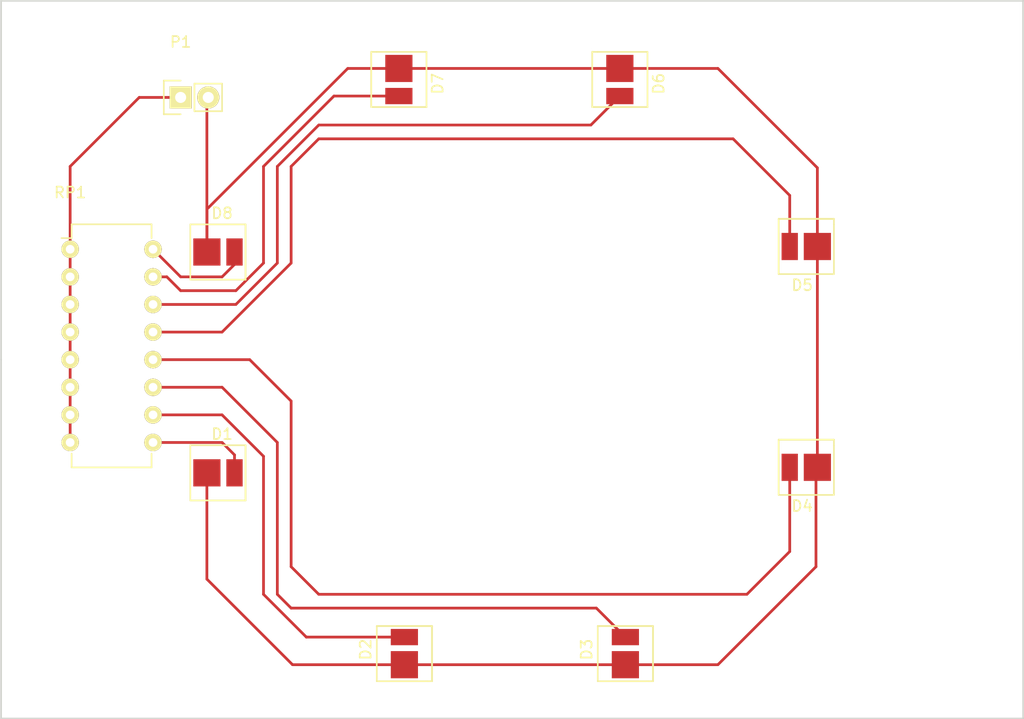
<source format=kicad_pcb>
(kicad_pcb (version 4) (host pcbnew 4.0.1-stable)

  (general
    (links 24)
    (no_connects 0)
    (area 85.062646 34.262646 186.717354 135.917354)
    (thickness 1.6)
    (drawings 18)
    (tracks 75)
    (zones 0)
    (modules 10)
    (nets 11)
  )

  (page A4)
  (layers
    (0 F.Cu signal)
    (31 B.Cu signal)
    (32 B.Adhes user)
    (33 F.Adhes user)
    (34 B.Paste user)
    (35 F.Paste user)
    (36 B.SilkS user)
    (37 F.SilkS user)
    (38 B.Mask user)
    (39 F.Mask user)
    (40 Dwgs.User user)
    (41 Cmts.User user)
    (42 Eco1.User user)
    (43 Eco2.User user)
    (44 Edge.Cuts user)
    (45 Margin user)
    (46 B.CrtYd user)
    (47 F.CrtYd user)
    (48 B.Fab user)
    (49 F.Fab user)
  )

  (setup
    (last_trace_width 0.25)
    (trace_clearance 0.2)
    (zone_clearance 0.508)
    (zone_45_only no)
    (trace_min 0.2)
    (segment_width 0.2)
    (edge_width 0.15)
    (via_size 0.6)
    (via_drill 0.4)
    (via_min_size 0.4)
    (via_min_drill 0.3)
    (uvia_size 0.3)
    (uvia_drill 0.1)
    (uvias_allowed no)
    (uvia_min_size 0.2)
    (uvia_min_drill 0.1)
    (pcb_text_width 0.3)
    (pcb_text_size 1.5 1.5)
    (mod_edge_width 0.15)
    (mod_text_size 1 1)
    (mod_text_width 0.15)
    (pad_size 1.524 1.524)
    (pad_drill 0.762)
    (pad_to_mask_clearance 0.2)
    (aux_axis_origin 0 0)
    (visible_elements FFFFEF7F)
    (pcbplotparams
      (layerselection 0x00030_80000001)
      (usegerberextensions false)
      (excludeedgelayer true)
      (linewidth 0.100000)
      (plotframeref false)
      (viasonmask false)
      (mode 1)
      (useauxorigin false)
      (hpglpennumber 1)
      (hpglpenspeed 20)
      (hpglpendiameter 15)
      (hpglpenoverlay 2)
      (psnegative false)
      (psa4output false)
      (plotreference true)
      (plotvalue true)
      (plotinvisibletext false)
      (padsonsilk false)
      (subtractmaskfromsilk false)
      (outputformat 1)
      (mirror false)
      (drillshape 1)
      (scaleselection 1)
      (outputdirectory ""))
  )

  (net 0 "")
  (net 1 "Net-(D1-Pad2)")
  (net 2 GND)
  (net 3 "Net-(D2-Pad2)")
  (net 4 "Net-(D3-Pad2)")
  (net 5 "Net-(D4-Pad2)")
  (net 6 "Net-(D5-Pad2)")
  (net 7 "Net-(D6-Pad2)")
  (net 8 "Net-(D7-Pad2)")
  (net 9 "Net-(D8-Pad2)")
  (net 10 +5V)

  (net_class Default "This is the default net class."
    (clearance 0.2)
    (trace_width 0.25)
    (via_dia 0.6)
    (via_drill 0.4)
    (uvia_dia 0.3)
    (uvia_drill 0.1)
    (add_net +5V)
    (add_net GND)
    (add_net "Net-(D1-Pad2)")
    (add_net "Net-(D2-Pad2)")
    (add_net "Net-(D3-Pad2)")
    (add_net "Net-(D4-Pad2)")
    (add_net "Net-(D5-Pad2)")
    (add_net "Net-(D6-Pad2)")
    (add_net "Net-(D7-Pad2)")
    (add_net "Net-(D8-Pad2)")
  )

  (module custom:LED_SMD_5050 (layer F.Cu) (tedit 569D063D) (tstamp 569D07A1)
    (at 109.22 91.44)
    (path /569CF26A)
    (fp_text reference D1 (at 0 0.5) (layer F.SilkS)
      (effects (font (size 1 1) (thickness 0.15)))
    )
    (fp_text value LED (at 0 -0.5) (layer F.Fab)
      (effects (font (size 1 1) (thickness 0.15)))
    )
    (fp_line (start -2.921 6.604) (end -2.921 6.096) (layer F.SilkS) (width 0.15))
    (fp_line (start 2.159 6.604) (end -2.921 6.604) (layer F.SilkS) (width 0.15))
    (fp_line (start -2.921 6.604) (end 2.159 6.604) (layer F.SilkS) (width 0.15))
    (fp_line (start 2.159 1.524) (end 2.159 6.604) (layer F.SilkS) (width 0.15))
    (fp_line (start 2.159 6.604) (end 2.159 1.524) (layer F.SilkS) (width 0.15))
    (fp_line (start -2.921 1.524) (end -2.921 6.096) (layer F.SilkS) (width 0.15))
    (fp_line (start 2.159 1.524) (end -2.921 1.524) (layer F.SilkS) (width 0.15))
    (pad 2 smd rect (at 1.143 4.064) (size 1.5 2.5) (layers F.Cu F.Paste F.Mask)
      (net 1 "Net-(D1-Pad2)"))
    (pad 1 smd rect (at -1.397 4.064) (size 2.5 2.5) (layers F.Cu F.Paste F.Mask)
      (net 2 GND))
  )

  (module custom:LED_SMD_5050 (layer F.Cu) (tedit 569D063D) (tstamp 569D07AE)
    (at 121.92 111.76 90)
    (path /569CF2C0)
    (fp_text reference D2 (at 0 0.5 90) (layer F.SilkS)
      (effects (font (size 1 1) (thickness 0.15)))
    )
    (fp_text value LED (at 0 -0.5 90) (layer F.Fab)
      (effects (font (size 1 1) (thickness 0.15)))
    )
    (fp_line (start -2.921 6.604) (end -2.921 6.096) (layer F.SilkS) (width 0.15))
    (fp_line (start 2.159 6.604) (end -2.921 6.604) (layer F.SilkS) (width 0.15))
    (fp_line (start -2.921 6.604) (end 2.159 6.604) (layer F.SilkS) (width 0.15))
    (fp_line (start 2.159 1.524) (end 2.159 6.604) (layer F.SilkS) (width 0.15))
    (fp_line (start 2.159 6.604) (end 2.159 1.524) (layer F.SilkS) (width 0.15))
    (fp_line (start -2.921 1.524) (end -2.921 6.096) (layer F.SilkS) (width 0.15))
    (fp_line (start 2.159 1.524) (end -2.921 1.524) (layer F.SilkS) (width 0.15))
    (pad 2 smd rect (at 1.143 4.064 90) (size 1.5 2.5) (layers F.Cu F.Paste F.Mask)
      (net 3 "Net-(D2-Pad2)"))
    (pad 1 smd rect (at -1.397 4.064 90) (size 2.5 2.5) (layers F.Cu F.Paste F.Mask)
      (net 2 GND))
  )

  (module custom:LED_SMD_5050 (layer F.Cu) (tedit 569D063D) (tstamp 569D07BB)
    (at 142.24 111.76 90)
    (path /569CF2DA)
    (fp_text reference D3 (at 0 0.5 90) (layer F.SilkS)
      (effects (font (size 1 1) (thickness 0.15)))
    )
    (fp_text value LED (at 0 -0.5 90) (layer F.Fab)
      (effects (font (size 1 1) (thickness 0.15)))
    )
    (fp_line (start -2.921 6.604) (end -2.921 6.096) (layer F.SilkS) (width 0.15))
    (fp_line (start 2.159 6.604) (end -2.921 6.604) (layer F.SilkS) (width 0.15))
    (fp_line (start -2.921 6.604) (end 2.159 6.604) (layer F.SilkS) (width 0.15))
    (fp_line (start 2.159 1.524) (end 2.159 6.604) (layer F.SilkS) (width 0.15))
    (fp_line (start 2.159 6.604) (end 2.159 1.524) (layer F.SilkS) (width 0.15))
    (fp_line (start -2.921 1.524) (end -2.921 6.096) (layer F.SilkS) (width 0.15))
    (fp_line (start 2.159 1.524) (end -2.921 1.524) (layer F.SilkS) (width 0.15))
    (pad 2 smd rect (at 1.143 4.064 90) (size 1.5 2.5) (layers F.Cu F.Paste F.Mask)
      (net 4 "Net-(D3-Pad2)"))
    (pad 1 smd rect (at -1.397 4.064 90) (size 2.5 2.5) (layers F.Cu F.Paste F.Mask)
      (net 2 GND))
  )

  (module custom:LED_SMD_5050 (layer F.Cu) (tedit 569D063D) (tstamp 569D07C8)
    (at 162.56 99.06 180)
    (path /569CF2F5)
    (fp_text reference D4 (at 0 0.5 180) (layer F.SilkS)
      (effects (font (size 1 1) (thickness 0.15)))
    )
    (fp_text value LED (at 0 -0.5 180) (layer F.Fab)
      (effects (font (size 1 1) (thickness 0.15)))
    )
    (fp_line (start -2.921 6.604) (end -2.921 6.096) (layer F.SilkS) (width 0.15))
    (fp_line (start 2.159 6.604) (end -2.921 6.604) (layer F.SilkS) (width 0.15))
    (fp_line (start -2.921 6.604) (end 2.159 6.604) (layer F.SilkS) (width 0.15))
    (fp_line (start 2.159 1.524) (end 2.159 6.604) (layer F.SilkS) (width 0.15))
    (fp_line (start 2.159 6.604) (end 2.159 1.524) (layer F.SilkS) (width 0.15))
    (fp_line (start -2.921 1.524) (end -2.921 6.096) (layer F.SilkS) (width 0.15))
    (fp_line (start 2.159 1.524) (end -2.921 1.524) (layer F.SilkS) (width 0.15))
    (pad 2 smd rect (at 1.143 4.064 180) (size 1.5 2.5) (layers F.Cu F.Paste F.Mask)
      (net 5 "Net-(D4-Pad2)"))
    (pad 1 smd rect (at -1.397 4.064 180) (size 2.5 2.5) (layers F.Cu F.Paste F.Mask)
      (net 2 GND))
  )

  (module custom:LED_SMD_5050 (layer F.Cu) (tedit 569D063D) (tstamp 569D07D5)
    (at 162.56 78.74 180)
    (path /569CF313)
    (fp_text reference D5 (at 0 0.5 180) (layer F.SilkS)
      (effects (font (size 1 1) (thickness 0.15)))
    )
    (fp_text value LED (at 0 -0.5 180) (layer F.Fab)
      (effects (font (size 1 1) (thickness 0.15)))
    )
    (fp_line (start -2.921 6.604) (end -2.921 6.096) (layer F.SilkS) (width 0.15))
    (fp_line (start 2.159 6.604) (end -2.921 6.604) (layer F.SilkS) (width 0.15))
    (fp_line (start -2.921 6.604) (end 2.159 6.604) (layer F.SilkS) (width 0.15))
    (fp_line (start 2.159 1.524) (end 2.159 6.604) (layer F.SilkS) (width 0.15))
    (fp_line (start 2.159 6.604) (end 2.159 1.524) (layer F.SilkS) (width 0.15))
    (fp_line (start -2.921 1.524) (end -2.921 6.096) (layer F.SilkS) (width 0.15))
    (fp_line (start 2.159 1.524) (end -2.921 1.524) (layer F.SilkS) (width 0.15))
    (pad 2 smd rect (at 1.143 4.064 180) (size 1.5 2.5) (layers F.Cu F.Paste F.Mask)
      (net 6 "Net-(D5-Pad2)"))
    (pad 1 smd rect (at -1.397 4.064 180) (size 2.5 2.5) (layers F.Cu F.Paste F.Mask)
      (net 2 GND))
  )

  (module custom:LED_SMD_5050 (layer F.Cu) (tedit 569D063D) (tstamp 569D07E2)
    (at 149.86 59.69 270)
    (path /569CF48D)
    (fp_text reference D6 (at 0 0.5 270) (layer F.SilkS)
      (effects (font (size 1 1) (thickness 0.15)))
    )
    (fp_text value LED (at 0 -0.5 270) (layer F.Fab)
      (effects (font (size 1 1) (thickness 0.15)))
    )
    (fp_line (start -2.921 6.604) (end -2.921 6.096) (layer F.SilkS) (width 0.15))
    (fp_line (start 2.159 6.604) (end -2.921 6.604) (layer F.SilkS) (width 0.15))
    (fp_line (start -2.921 6.604) (end 2.159 6.604) (layer F.SilkS) (width 0.15))
    (fp_line (start 2.159 1.524) (end 2.159 6.604) (layer F.SilkS) (width 0.15))
    (fp_line (start 2.159 6.604) (end 2.159 1.524) (layer F.SilkS) (width 0.15))
    (fp_line (start -2.921 1.524) (end -2.921 6.096) (layer F.SilkS) (width 0.15))
    (fp_line (start 2.159 1.524) (end -2.921 1.524) (layer F.SilkS) (width 0.15))
    (pad 2 smd rect (at 1.143 4.064 270) (size 1.5 2.5) (layers F.Cu F.Paste F.Mask)
      (net 7 "Net-(D6-Pad2)"))
    (pad 1 smd rect (at -1.397 4.064 270) (size 2.5 2.5) (layers F.Cu F.Paste F.Mask)
      (net 2 GND))
  )

  (module custom:LED_SMD_5050 (layer F.Cu) (tedit 569D063D) (tstamp 569D07EF)
    (at 129.54 59.69 270)
    (path /569CF4B6)
    (fp_text reference D7 (at 0 0.5 270) (layer F.SilkS)
      (effects (font (size 1 1) (thickness 0.15)))
    )
    (fp_text value LED (at 0 -0.5 270) (layer F.Fab)
      (effects (font (size 1 1) (thickness 0.15)))
    )
    (fp_line (start -2.921 6.604) (end -2.921 6.096) (layer F.SilkS) (width 0.15))
    (fp_line (start 2.159 6.604) (end -2.921 6.604) (layer F.SilkS) (width 0.15))
    (fp_line (start -2.921 6.604) (end 2.159 6.604) (layer F.SilkS) (width 0.15))
    (fp_line (start 2.159 1.524) (end 2.159 6.604) (layer F.SilkS) (width 0.15))
    (fp_line (start 2.159 6.604) (end 2.159 1.524) (layer F.SilkS) (width 0.15))
    (fp_line (start -2.921 1.524) (end -2.921 6.096) (layer F.SilkS) (width 0.15))
    (fp_line (start 2.159 1.524) (end -2.921 1.524) (layer F.SilkS) (width 0.15))
    (pad 2 smd rect (at 1.143 4.064 270) (size 1.5 2.5) (layers F.Cu F.Paste F.Mask)
      (net 8 "Net-(D7-Pad2)"))
    (pad 1 smd rect (at -1.397 4.064 270) (size 2.5 2.5) (layers F.Cu F.Paste F.Mask)
      (net 2 GND))
  )

  (module custom:LED_SMD_5050 (layer F.Cu) (tedit 569D063D) (tstamp 569D07FC)
    (at 109.22 71.12)
    (path /569CF564)
    (fp_text reference D8 (at 0 0.5) (layer F.SilkS)
      (effects (font (size 1 1) (thickness 0.15)))
    )
    (fp_text value LED (at 0 -0.5) (layer F.Fab)
      (effects (font (size 1 1) (thickness 0.15)))
    )
    (fp_line (start -2.921 6.604) (end -2.921 6.096) (layer F.SilkS) (width 0.15))
    (fp_line (start 2.159 6.604) (end -2.921 6.604) (layer F.SilkS) (width 0.15))
    (fp_line (start -2.921 6.604) (end 2.159 6.604) (layer F.SilkS) (width 0.15))
    (fp_line (start 2.159 1.524) (end 2.159 6.604) (layer F.SilkS) (width 0.15))
    (fp_line (start 2.159 6.604) (end 2.159 1.524) (layer F.SilkS) (width 0.15))
    (fp_line (start -2.921 1.524) (end -2.921 6.096) (layer F.SilkS) (width 0.15))
    (fp_line (start 2.159 1.524) (end -2.921 1.524) (layer F.SilkS) (width 0.15))
    (pad 2 smd rect (at 1.143 4.064) (size 1.5 2.5) (layers F.Cu F.Paste F.Mask)
      (net 9 "Net-(D8-Pad2)"))
    (pad 1 smd rect (at -1.397 4.064) (size 2.5 2.5) (layers F.Cu F.Paste F.Mask)
      (net 2 GND))
  )

  (module Socket_Strips:Socket_Strip_Straight_1x02 (layer F.Cu) (tedit 54E9F75E) (tstamp 569D0802)
    (at 105.41 60.96)
    (descr "Through hole socket strip")
    (tags "socket strip")
    (path /569CF6C0)
    (fp_text reference P1 (at 0 -5.1) (layer F.SilkS)
      (effects (font (size 1 1) (thickness 0.15)))
    )
    (fp_text value CONN_01X02 (at 0 -3.1) (layer F.Fab)
      (effects (font (size 1 1) (thickness 0.15)))
    )
    (fp_line (start -1.55 1.55) (end 0 1.55) (layer F.SilkS) (width 0.15))
    (fp_line (start 3.81 1.27) (end 1.27 1.27) (layer F.SilkS) (width 0.15))
    (fp_line (start -1.75 -1.75) (end -1.75 1.75) (layer F.CrtYd) (width 0.05))
    (fp_line (start 4.3 -1.75) (end 4.3 1.75) (layer F.CrtYd) (width 0.05))
    (fp_line (start -1.75 -1.75) (end 4.3 -1.75) (layer F.CrtYd) (width 0.05))
    (fp_line (start -1.75 1.75) (end 4.3 1.75) (layer F.CrtYd) (width 0.05))
    (fp_line (start 1.27 1.27) (end 1.27 -1.27) (layer F.SilkS) (width 0.15))
    (fp_line (start 0 -1.55) (end -1.55 -1.55) (layer F.SilkS) (width 0.15))
    (fp_line (start -1.55 -1.55) (end -1.55 1.55) (layer F.SilkS) (width 0.15))
    (fp_line (start 1.27 -1.27) (end 3.81 -1.27) (layer F.SilkS) (width 0.15))
    (fp_line (start 3.81 -1.27) (end 3.81 1.27) (layer F.SilkS) (width 0.15))
    (pad 1 thru_hole rect (at 0 0) (size 2.032 2.032) (drill 1.016) (layers *.Cu *.Mask F.SilkS)
      (net 10 +5V))
    (pad 2 thru_hole oval (at 2.54 0) (size 2.032 2.032) (drill 1.016) (layers *.Cu *.Mask F.SilkS)
      (net 2 GND))
    (model Socket_Strips.3dshapes/Socket_Strip_Straight_1x02.wrl
      (at (xyz 0.05 0 0))
      (scale (xyz 1 1 1))
      (rotate (xyz 0 0 180))
    )
  )

  (module Housings_DIP:DIP-16_W7.62mm (layer F.Cu) (tedit 54130A77) (tstamp 569D0816)
    (at 95.25 74.93)
    (descr "16-lead dip package, row spacing 7.62 mm (300 mils)")
    (tags "dil dip 2.54 300")
    (path /569CF5B0)
    (fp_text reference RP1 (at 0 -5.22) (layer F.SilkS)
      (effects (font (size 1 1) (thickness 0.15)))
    )
    (fp_text value R_PACK8 (at 0 -3.72) (layer F.Fab)
      (effects (font (size 1 1) (thickness 0.15)))
    )
    (fp_line (start -1.05 -2.45) (end -1.05 20.25) (layer F.CrtYd) (width 0.05))
    (fp_line (start 8.65 -2.45) (end 8.65 20.25) (layer F.CrtYd) (width 0.05))
    (fp_line (start -1.05 -2.45) (end 8.65 -2.45) (layer F.CrtYd) (width 0.05))
    (fp_line (start -1.05 20.25) (end 8.65 20.25) (layer F.CrtYd) (width 0.05))
    (fp_line (start 0.135 -2.295) (end 0.135 -1.025) (layer F.SilkS) (width 0.15))
    (fp_line (start 7.485 -2.295) (end 7.485 -1.025) (layer F.SilkS) (width 0.15))
    (fp_line (start 7.485 20.075) (end 7.485 18.805) (layer F.SilkS) (width 0.15))
    (fp_line (start 0.135 20.075) (end 0.135 18.805) (layer F.SilkS) (width 0.15))
    (fp_line (start 0.135 -2.295) (end 7.485 -2.295) (layer F.SilkS) (width 0.15))
    (fp_line (start 0.135 20.075) (end 7.485 20.075) (layer F.SilkS) (width 0.15))
    (fp_line (start 0.135 -1.025) (end -0.8 -1.025) (layer F.SilkS) (width 0.15))
    (pad 1 thru_hole oval (at 0 0) (size 1.6 1.6) (drill 0.8) (layers *.Cu *.Mask F.SilkS)
      (net 10 +5V))
    (pad 2 thru_hole oval (at 0 2.54) (size 1.6 1.6) (drill 0.8) (layers *.Cu *.Mask F.SilkS)
      (net 10 +5V))
    (pad 3 thru_hole oval (at 0 5.08) (size 1.6 1.6) (drill 0.8) (layers *.Cu *.Mask F.SilkS)
      (net 10 +5V))
    (pad 4 thru_hole oval (at 0 7.62) (size 1.6 1.6) (drill 0.8) (layers *.Cu *.Mask F.SilkS)
      (net 10 +5V))
    (pad 5 thru_hole oval (at 0 10.16) (size 1.6 1.6) (drill 0.8) (layers *.Cu *.Mask F.SilkS)
      (net 10 +5V))
    (pad 6 thru_hole oval (at 0 12.7) (size 1.6 1.6) (drill 0.8) (layers *.Cu *.Mask F.SilkS)
      (net 10 +5V))
    (pad 7 thru_hole oval (at 0 15.24) (size 1.6 1.6) (drill 0.8) (layers *.Cu *.Mask F.SilkS)
      (net 10 +5V))
    (pad 8 thru_hole oval (at 0 17.78) (size 1.6 1.6) (drill 0.8) (layers *.Cu *.Mask F.SilkS)
      (net 10 +5V))
    (pad 9 thru_hole oval (at 7.62 17.78) (size 1.6 1.6) (drill 0.8) (layers *.Cu *.Mask F.SilkS)
      (net 1 "Net-(D1-Pad2)"))
    (pad 10 thru_hole oval (at 7.62 15.24) (size 1.6 1.6) (drill 0.8) (layers *.Cu *.Mask F.SilkS)
      (net 3 "Net-(D2-Pad2)"))
    (pad 11 thru_hole oval (at 7.62 12.7) (size 1.6 1.6) (drill 0.8) (layers *.Cu *.Mask F.SilkS)
      (net 4 "Net-(D3-Pad2)"))
    (pad 12 thru_hole oval (at 7.62 10.16) (size 1.6 1.6) (drill 0.8) (layers *.Cu *.Mask F.SilkS)
      (net 5 "Net-(D4-Pad2)"))
    (pad 13 thru_hole oval (at 7.62 7.62) (size 1.6 1.6) (drill 0.8) (layers *.Cu *.Mask F.SilkS)
      (net 6 "Net-(D5-Pad2)"))
    (pad 14 thru_hole oval (at 7.62 5.08) (size 1.6 1.6) (drill 0.8) (layers *.Cu *.Mask F.SilkS)
      (net 7 "Net-(D6-Pad2)"))
    (pad 15 thru_hole oval (at 7.62 2.54) (size 1.6 1.6) (drill 0.8) (layers *.Cu *.Mask F.SilkS)
      (net 8 "Net-(D7-Pad2)"))
    (pad 16 thru_hole oval (at 7.62 0) (size 1.6 1.6) (drill 0.8) (layers *.Cu *.Mask F.SilkS)
      (net 9 "Net-(D8-Pad2)"))
    (model Housings_DIP.3dshapes/DIP-16_W7.62mm.wrl
      (at (xyz 0 0 0))
      (scale (xyz 1 1 1))
      (rotate (xyz 0 0 0))
    )
  )

  (gr_line (start 88.9 118.11) (end 182.88 118.11) (angle 90) (layer Edge.Cuts) (width 0.15))
  (gr_line (start 182.88 52.07) (end 88.9 52.07) (angle 90) (layer Edge.Cuts) (width 0.15))
  (gr_line (start 182.88 52.07) (end 182.88 118.11) (angle 90) (layer Edge.Cuts) (width 0.15))
  (gr_line (start 182.88 85.09) (end 182.88 52.07) (angle 90) (layer Edge.Cuts) (width 0.15))
  (gr_line (start 182.88 85.09) (end 135.89 85.09) (angle 90) (layer Dwgs.User) (width 0.2) (tstamp 569E0012))
  (gr_line (start 88.9 118.11) (end 88.9 85.09) (angle 90) (layer Edge.Cuts) (width 0.15) (tstamp 569DFF47))
  (gr_line (start 88.9 85.09) (end 88.9 52.07) (angle 90) (layer Edge.Cuts) (width 0.15))
  (gr_line (start 135.89 85.09) (end 88.9 85.09) (angle 90) (layer Dwgs.User) (width 0.2))
  (gr_line (start 153.67 67.31) (end 153.67 102.87) (angle 90) (layer Dwgs.User) (width 0.2))
  (gr_line (start 153.67 102.87) (end 118.11 102.87) (angle 90) (layer Dwgs.User) (width 0.2))
  (gr_line (start 151.13 100.33) (end 153.67 102.87) (angle 90) (layer Dwgs.User) (width 0.2))
  (gr_line (start 118.11 67.31) (end 151.13 100.33) (angle 90) (layer Dwgs.User) (width 0.2))
  (gr_line (start 120.65 100.33) (end 118.11 102.87) (angle 90) (layer Dwgs.User) (width 0.2))
  (gr_line (start 153.67 67.31) (end 120.65 100.33) (angle 90) (layer Dwgs.User) (width 0.2))
  (gr_line (start 118.11 67.31) (end 153.67 67.31) (angle 90) (layer Dwgs.User) (width 0.2))
  (gr_text "Pi Camera Board" (at 129.54 69.85) (layer Dwgs.User)
    (effects (font (size 1.5 1.5) (thickness 0.3)))
  )
  (gr_line (start 118.11 67.31) (end 153.67 67.31) (angle 90) (layer Dwgs.User) (width 0.2))
  (gr_line (start 118.11 67.31) (end 118.11 102.87) (angle 90) (layer Dwgs.User) (width 0.2))

  (segment (start 102.87 92.71) (end 109.22 92.71) (width 0.25) (layer F.Cu) (net 1))
  (segment (start 110.363 93.853) (end 110.363 95.504) (width 0.25) (layer F.Cu) (net 1) (tstamp 569D0E9F))
  (segment (start 109.22 92.71) (end 110.363 93.853) (width 0.25) (layer F.Cu) (net 1) (tstamp 569D0E9E))
  (segment (start 107.823 75.184) (end 107.823 61.087) (width 0.25) (layer F.Cu) (net 2))
  (segment (start 107.823 71.12) (end 107.95 71.12) (width 0.25) (layer F.Cu) (net 2))
  (segment (start 107.95 71.12) (end 120.777 58.293) (width 0.25) (layer F.Cu) (net 2) (tstamp 569D0B57))
  (segment (start 120.777 58.293) (end 125.476 58.293) (width 0.25) (layer F.Cu) (net 2) (tstamp 569D0B58))
  (segment (start 107.823 70.993) (end 107.823 71.12) (width 0.25) (layer F.Cu) (net 2) (tstamp 569D0B51))
  (segment (start 107.823 71.12) (end 107.823 75.184) (width 0.25) (layer F.Cu) (net 2) (tstamp 569D0B55))
  (segment (start 125.476 58.293) (end 145.796 58.293) (width 0.25) (layer F.Cu) (net 2))
  (segment (start 145.796 58.293) (end 154.813 58.293) (width 0.25) (layer F.Cu) (net 2))
  (segment (start 154.813 58.293) (end 163.957 67.437) (width 0.25) (layer F.Cu) (net 2) (tstamp 569D0B5E))
  (segment (start 163.957 67.437) (end 163.957 74.676) (width 0.25) (layer F.Cu) (net 2) (tstamp 569D0B60))
  (segment (start 163.957 74.676) (end 163.957 94.996) (width 0.25) (layer F.Cu) (net 2))
  (segment (start 163.83 95.123) (end 163.83 104.14) (width 0.25) (layer F.Cu) (net 2) (tstamp 569D0E8C))
  (segment (start 154.813 113.157) (end 146.304 113.157) (width 0.25) (layer F.Cu) (net 2) (tstamp 569D0E93))
  (segment (start 163.83 104.14) (end 154.813 113.157) (width 0.25) (layer F.Cu) (net 2) (tstamp 569D0E90))
  (segment (start 146.304 113.157) (end 125.984 113.157) (width 0.25) (layer F.Cu) (net 2))
  (segment (start 125.984 113.157) (end 115.697 113.157) (width 0.25) (layer F.Cu) (net 2))
  (segment (start 115.697 113.157) (end 107.823 105.283) (width 0.25) (layer F.Cu) (net 2) (tstamp 569D0E99))
  (segment (start 107.823 105.283) (end 107.823 95.504) (width 0.25) (layer F.Cu) (net 2) (tstamp 569D0E9A))
  (segment (start 107.823 61.087) (end 107.95 60.96) (width 0.25) (layer F.Cu) (net 2) (tstamp 569D0EF1))
  (segment (start 163.957 94.996) (end 163.83 95.123) (width 0.25) (layer F.Cu) (net 2) (tstamp 569D0E8B))
  (segment (start 102.87 90.17) (end 109.22 90.17) (width 0.25) (layer F.Cu) (net 3))
  (segment (start 116.967 110.617) (end 125.984 110.617) (width 0.25) (layer F.Cu) (net 3) (tstamp 569D0EAD))
  (segment (start 113.03 106.68) (end 116.967 110.617) (width 0.25) (layer F.Cu) (net 3) (tstamp 569D0EAB))
  (segment (start 113.03 93.98) (end 113.03 106.68) (width 0.25) (layer F.Cu) (net 3) (tstamp 569D0EA7))
  (segment (start 109.22 90.17) (end 113.03 93.98) (width 0.25) (layer F.Cu) (net 3) (tstamp 569D0EA4))
  (segment (start 102.87 87.63) (end 109.22 87.63) (width 0.25) (layer F.Cu) (net 4))
  (segment (start 143.637 107.95) (end 146.304 110.617) (width 0.25) (layer F.Cu) (net 4) (tstamp 569D0EB8))
  (segment (start 115.57 107.95) (end 143.637 107.95) (width 0.25) (layer F.Cu) (net 4) (tstamp 569D0EB6))
  (segment (start 114.3 106.68) (end 115.57 107.95) (width 0.25) (layer F.Cu) (net 4) (tstamp 569D0EB5))
  (segment (start 114.3 92.71) (end 114.3 106.68) (width 0.25) (layer F.Cu) (net 4) (tstamp 569D0EB3))
  (segment (start 109.22 87.63) (end 114.3 92.71) (width 0.25) (layer F.Cu) (net 4) (tstamp 569D0EB1))
  (segment (start 102.87 85.09) (end 111.76 85.09) (width 0.25) (layer F.Cu) (net 5))
  (segment (start 161.417 102.743) (end 161.417 94.996) (width 0.25) (layer F.Cu) (net 5) (tstamp 569D0ECA))
  (segment (start 157.48 106.68) (end 161.417 102.743) (width 0.25) (layer F.Cu) (net 5) (tstamp 569D0EC8))
  (segment (start 118.11 106.68) (end 157.48 106.68) (width 0.25) (layer F.Cu) (net 5) (tstamp 569D0EC6))
  (segment (start 115.57 104.14) (end 118.11 106.68) (width 0.25) (layer F.Cu) (net 5) (tstamp 569D0EC4))
  (segment (start 115.57 88.9) (end 115.57 104.14) (width 0.25) (layer F.Cu) (net 5) (tstamp 569D0EC1))
  (segment (start 111.76 85.09) (end 115.57 88.9) (width 0.25) (layer F.Cu) (net 5) (tstamp 569D0EC0))
  (segment (start 102.87 82.55) (end 109.22 82.55) (width 0.25) (layer F.Cu) (net 6))
  (segment (start 161.417 69.977) (end 161.417 74.676) (width 0.25) (layer F.Cu) (net 6) (tstamp 569D0B9B))
  (segment (start 156.21 64.77) (end 161.417 69.977) (width 0.25) (layer F.Cu) (net 6) (tstamp 569D0B9A))
  (segment (start 118.11 64.77) (end 156.21 64.77) (width 0.25) (layer F.Cu) (net 6) (tstamp 569D0B98))
  (segment (start 115.57 67.31) (end 118.11 64.77) (width 0.25) (layer F.Cu) (net 6) (tstamp 569D0B96))
  (segment (start 115.57 76.2) (end 115.57 67.31) (width 0.25) (layer F.Cu) (net 6) (tstamp 569D0B94))
  (segment (start 109.22 82.55) (end 115.57 76.2) (width 0.25) (layer F.Cu) (net 6) (tstamp 569D0B92))
  (segment (start 102.87 80.01) (end 110.49 80.01) (width 0.25) (layer F.Cu) (net 7))
  (segment (start 143.129 63.5) (end 145.796 60.833) (width 0.25) (layer F.Cu) (net 7) (tstamp 569D0B8E))
  (segment (start 118.11 63.5) (end 143.129 63.5) (width 0.25) (layer F.Cu) (net 7) (tstamp 569D0B8C))
  (segment (start 114.3 67.31) (end 118.11 63.5) (width 0.25) (layer F.Cu) (net 7) (tstamp 569D0B8B))
  (segment (start 114.3 76.2) (end 114.3 67.31) (width 0.25) (layer F.Cu) (net 7) (tstamp 569D0B8A))
  (segment (start 110.49 80.01) (end 114.3 76.2) (width 0.25) (layer F.Cu) (net 7) (tstamp 569D0B89))
  (segment (start 102.87 77.47) (end 104.14 77.47) (width 0.25) (layer F.Cu) (net 8))
  (segment (start 119.507 60.833) (end 125.476 60.833) (width 0.25) (layer F.Cu) (net 8) (tstamp 569D0B85))
  (segment (start 113.03 67.31) (end 119.507 60.833) (width 0.25) (layer F.Cu) (net 8) (tstamp 569D0B83))
  (segment (start 113.03 76.2) (end 113.03 67.31) (width 0.25) (layer F.Cu) (net 8) (tstamp 569D0B81))
  (segment (start 110.49 78.74) (end 113.03 76.2) (width 0.25) (layer F.Cu) (net 8) (tstamp 569D0B7F))
  (segment (start 105.41 78.74) (end 110.49 78.74) (width 0.25) (layer F.Cu) (net 8) (tstamp 569D0B7D))
  (segment (start 104.14 77.47) (end 105.41 78.74) (width 0.25) (layer F.Cu) (net 8) (tstamp 569D0B7B))
  (segment (start 102.87 74.93) (end 105.41 77.47) (width 0.25) (layer F.Cu) (net 9))
  (segment (start 109.22 77.47) (end 110.363 76.327) (width 0.25) (layer F.Cu) (net 9) (tstamp 569D0B65))
  (segment (start 105.41 77.47) (end 109.22 77.47) (width 0.25) (layer F.Cu) (net 9) (tstamp 569D0B64))
  (segment (start 110.363 76.327) (end 110.363 75.184) (width 0.25) (layer F.Cu) (net 9) (tstamp 569D0B66))
  (segment (start 105.41 60.96) (end 101.6 60.96) (width 0.25) (layer F.Cu) (net 10))
  (segment (start 95.25 67.31) (end 95.25 74.93) (width 0.25) (layer F.Cu) (net 10) (tstamp 569D0EF8))
  (segment (start 101.6 60.96) (end 95.25 67.31) (width 0.25) (layer F.Cu) (net 10) (tstamp 569D0EF5))
  (segment (start 95.25 74.93) (end 95.25 77.47) (width 0.25) (layer F.Cu) (net 10) (tstamp 569D0A54))
  (segment (start 95.25 77.47) (end 95.25 80.01) (width 0.25) (layer F.Cu) (net 10) (tstamp 569D0A55))
  (segment (start 95.25 80.01) (end 95.25 82.55) (width 0.25) (layer F.Cu) (net 10) (tstamp 569D0A56))
  (segment (start 95.25 82.55) (end 95.25 85.09) (width 0.25) (layer F.Cu) (net 10) (tstamp 569D0A57))
  (segment (start 95.25 85.09) (end 95.25 87.63) (width 0.25) (layer F.Cu) (net 10) (tstamp 569D0A58))
  (segment (start 95.25 87.63) (end 95.25 90.17) (width 0.25) (layer F.Cu) (net 10) (tstamp 569D0A59))
  (segment (start 95.25 90.17) (end 95.25 92.71) (width 0.25) (layer F.Cu) (net 10) (tstamp 569D0A5A))

)

</source>
